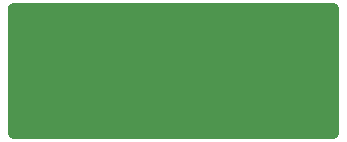
<source format=gbr>
%TF.GenerationSoftware,Altium Limited,Altium Designer,25.4.2 (15)*%
G04 Layer_Physical_Order=2*
G04 Layer_Color=16711680*
%FSLAX45Y45*%
%MOMM*%
%TF.SameCoordinates,1522253E-FD60-42A7-B073-15BD1CB80B22*%
%TF.FilePolarity,Positive*%
%TF.FileFunction,Copper,L2,Bot,Signal*%
%TF.Part,Single*%
G01*
G75*
%TA.AperFunction,ViaPad*%
%ADD16C,0.70000*%
G36*
X2828323Y1192388D02*
X2842388Y1178323D01*
X2850000Y1159945D01*
Y1150000D01*
Y100000D01*
Y90054D01*
X2842388Y71677D01*
X2828323Y57612D01*
X2809946Y50000D01*
X90054D01*
X71677Y57612D01*
X57612Y71677D01*
X50000Y90054D01*
Y100000D01*
Y1150000D01*
Y1159945D01*
X57612Y1178323D01*
X71677Y1192388D01*
X90054Y1200000D01*
X2809946D01*
X2828323Y1192388D01*
D02*
G37*
D16*
X2400000Y500000D02*
D03*
%TF.MD5,a95e225f91adf649d6bd24a25cd001a7*%
M02*

</source>
